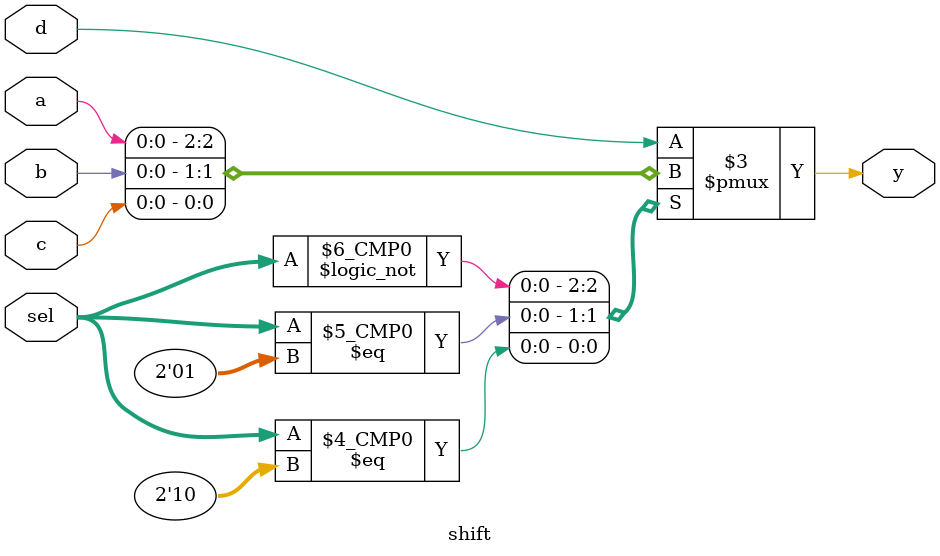
<source format=v>
`timescale 1ns / 1ps


module shift(
input a,b,c,d, input[1:0]sel,
output reg y
    );
 always@(*)begin
 case (sel)
 2'b00:y=a;
 2'b01:y=b;
 2'b10:y=c;
 default :y=d;
 
 endcase
 end
endmodule

</source>
